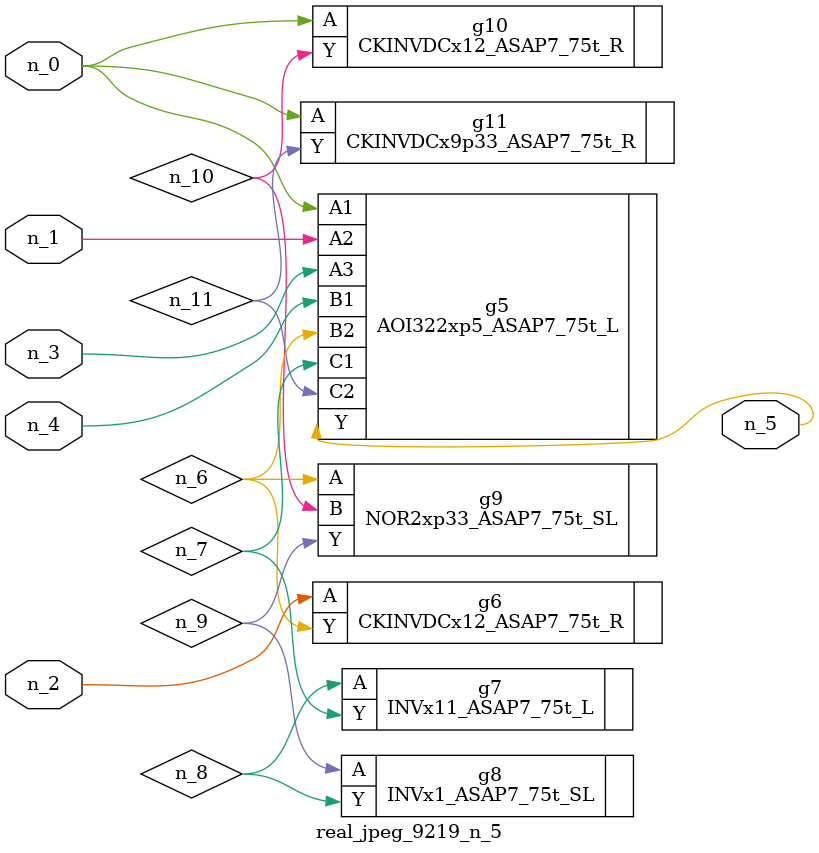
<source format=v>
module real_jpeg_9219_n_5 (n_4, n_0, n_1, n_2, n_3, n_5);

input n_4;
input n_0;
input n_1;
input n_2;
input n_3;

output n_5;

wire n_8;
wire n_11;
wire n_6;
wire n_7;
wire n_10;
wire n_9;

AOI322xp5_ASAP7_75t_L g5 ( 
.A1(n_0),
.A2(n_1),
.A3(n_3),
.B1(n_4),
.B2(n_6),
.C1(n_7),
.C2(n_11),
.Y(n_5)
);

CKINVDCx12_ASAP7_75t_R g10 ( 
.A(n_0),
.Y(n_10)
);

CKINVDCx9p33_ASAP7_75t_R g11 ( 
.A(n_0),
.Y(n_11)
);

CKINVDCx12_ASAP7_75t_R g6 ( 
.A(n_2),
.Y(n_6)
);

NOR2xp33_ASAP7_75t_SL g9 ( 
.A(n_6),
.B(n_10),
.Y(n_9)
);

INVx11_ASAP7_75t_L g7 ( 
.A(n_8),
.Y(n_7)
);

INVx1_ASAP7_75t_SL g8 ( 
.A(n_9),
.Y(n_8)
);


endmodule
</source>
